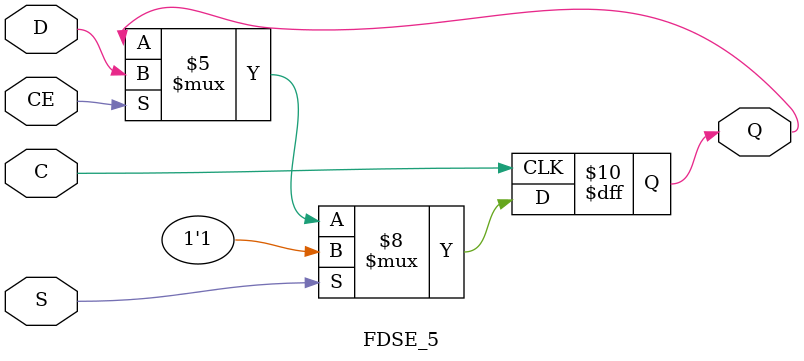
<source format=v>
module FDSE_5 (output reg Q, input C, CE, D, S);
  parameter [0:0] INIT = 1'b0;
  parameter [0:0] IS_C_INVERTED = 1'b0;
  parameter [0:0] IS_D_INVERTED = 1'b0;
  parameter [0:0] IS_S_INVERTED = 1'b0;
  initial Q <= INIT;
  generate case (|IS_C_INVERTED)
    1'b0: always @(posedge C) if (S == !IS_S_INVERTED) Q <= 1'b1; else if (CE) Q <= D ^ IS_D_INVERTED;
    1'b1: always @(negedge C) if (S == !IS_S_INVERTED) Q <= 1'b1; else if (CE) Q <= D ^ IS_D_INVERTED;
  endcase endgenerate
endmodule
</source>
